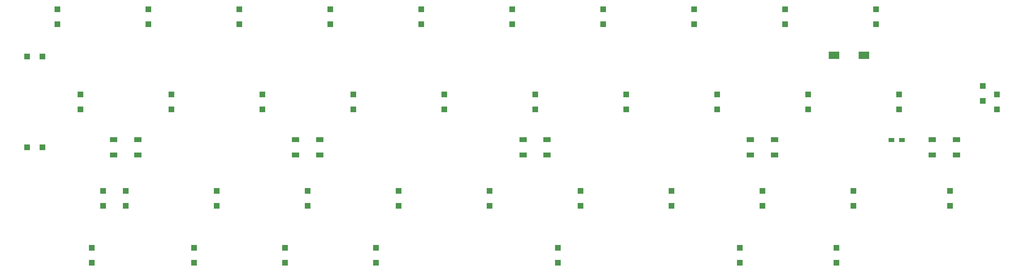
<source format=gbp>
G04 #@! TF.FileFunction,Paste,Bot*
%FSLAX46Y46*%
G04 Gerber Fmt 4.6, Leading zero omitted, Abs format (unit mm)*
G04 Created by KiCad (PCBNEW 4.0.7) date 05/05/18 17:10:25*
%MOMM*%
%LPD*%
G01*
G04 APERTURE LIST*
%ADD10C,0.100000*%
%ADD11R,1.200000X1.200000*%
%ADD12R,1.600000X1.000000*%
%ADD13R,1.200000X0.900000*%
%ADD14R,2.298700X1.597660*%
G04 APERTURE END LIST*
D10*
D11*
X239000000Y-46675000D03*
X239000000Y-49825000D03*
D12*
X228481250Y-61131250D03*
X228481250Y-57931250D03*
X233481250Y-61131250D03*
X233481250Y-57931250D03*
X190381250Y-61131250D03*
X190381250Y-57931250D03*
X195381250Y-61131250D03*
X195381250Y-57931250D03*
X142756250Y-61131250D03*
X142756250Y-57931250D03*
X147756250Y-61131250D03*
X147756250Y-57931250D03*
X95131250Y-61131250D03*
X95131250Y-57931250D03*
X100131250Y-61131250D03*
X100131250Y-57931250D03*
X57031250Y-61131250D03*
X57031250Y-57931250D03*
X62031250Y-61131250D03*
X62031250Y-57931250D03*
D13*
X219900000Y-58000000D03*
X222100000Y-58000000D03*
D14*
X207850400Y-40250000D03*
X214149600Y-40250000D03*
D11*
X45243788Y-30571902D03*
X45243788Y-33721902D03*
X64293804Y-30571902D03*
X64293804Y-33721902D03*
X83343820Y-30571902D03*
X83343820Y-33721902D03*
X102393836Y-30571902D03*
X102393836Y-33721902D03*
X121443852Y-30571902D03*
X121443852Y-33721902D03*
X140493750Y-30571875D03*
X140493750Y-33721875D03*
X159543750Y-30571875D03*
X159543750Y-33721875D03*
X178593750Y-30571875D03*
X178593750Y-33721875D03*
X197643750Y-30571875D03*
X197643750Y-33721875D03*
X216693750Y-30571875D03*
X216693750Y-33721875D03*
X50006250Y-48431250D03*
X50006250Y-51581250D03*
X69056250Y-48431250D03*
X69056250Y-51581250D03*
X88106250Y-48431250D03*
X88106250Y-51581250D03*
X107156250Y-48431250D03*
X107156250Y-51581250D03*
X126206250Y-48431250D03*
X126206250Y-51581250D03*
X145256250Y-48431250D03*
X145256250Y-51581250D03*
X164306250Y-48431250D03*
X164306250Y-51581250D03*
X183356250Y-48431250D03*
X183356250Y-51581250D03*
X202406250Y-48431250D03*
X202406250Y-51581250D03*
X221456250Y-48431250D03*
X221456250Y-51581250D03*
X242000000Y-48431250D03*
X242000000Y-51581250D03*
X54768750Y-68671875D03*
X54768750Y-71821875D03*
X59531300Y-68671875D03*
X59531300Y-71821875D03*
X78581316Y-68671934D03*
X78581316Y-71821934D03*
X97631250Y-68671875D03*
X97631250Y-71821875D03*
X116681250Y-68671875D03*
X116681250Y-71821875D03*
X135731250Y-68671875D03*
X135731250Y-71821875D03*
X154781250Y-68671875D03*
X154781250Y-71821875D03*
X173831250Y-68671875D03*
X173831250Y-71821875D03*
X192881250Y-68671875D03*
X192881250Y-71821875D03*
X211931250Y-68671875D03*
X211931250Y-71821875D03*
X232171875Y-68671875D03*
X232171875Y-71821875D03*
X38906250Y-59531250D03*
X42056250Y-59531250D03*
X38906250Y-40481250D03*
X42056250Y-40481250D03*
X52387500Y-83728125D03*
X52387500Y-80578125D03*
X73818750Y-83728125D03*
X73818750Y-80578125D03*
X92868750Y-83728125D03*
X92868750Y-80578125D03*
X111918750Y-83728125D03*
X111918750Y-80578125D03*
X150018750Y-83728125D03*
X150018750Y-80578125D03*
X188118750Y-83728125D03*
X188118750Y-80578125D03*
X208359375Y-83728125D03*
X208359375Y-80578125D03*
M02*

</source>
